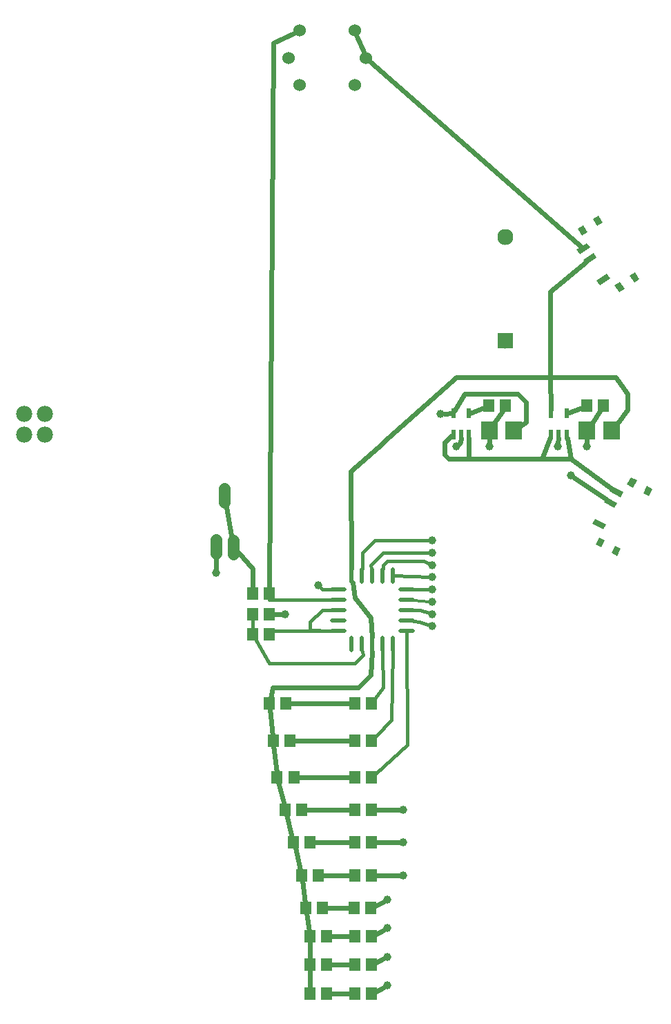
<source format=gtl>
G04 MADE WITH FRITZING*
G04 WWW.FRITZING.ORG*
G04 DOUBLE SIDED*
G04 HOLES PLATED*
G04 CONTOUR ON CENTER OF CONTOUR VECTOR*
%ASAXBY*%
%FSLAX23Y23*%
%MOIN*%
%OFA0B0*%
%SFA1.0B1.0*%
%ADD10C,0.060000*%
%ADD11C,0.039370*%
%ADD12C,0.078000*%
%ADD13C,0.077222*%
%ADD14R,0.055118X0.059055*%
%ADD15R,0.021654X0.047244*%
%ADD16R,0.078740X0.086614*%
%ADD17R,0.077222X0.077222*%
%ADD18C,0.020000*%
%ADD19C,0.056000*%
%ADD20C,0.024000*%
%ADD21C,0.016000*%
%ADD22C,0.012000*%
%LNCOPPER1*%
G90*
G70*
G54D10*
X2102Y5203D03*
X2476Y5203D03*
X2157Y5335D03*
X2157Y5071D03*
X2421Y5071D03*
X2421Y5335D03*
X2102Y5203D03*
X2476Y5203D03*
X2157Y5335D03*
X2157Y5071D03*
X2421Y5071D03*
X2421Y5335D03*
G54D11*
X2657Y1575D03*
X2657Y1417D03*
X2657Y1260D03*
X2579Y1142D03*
X2579Y1004D03*
X2579Y866D03*
X2579Y728D03*
X2795Y2461D03*
X2795Y2520D03*
X2795Y2579D03*
X2795Y2638D03*
X2795Y2697D03*
X2795Y2756D03*
X2795Y2815D03*
X2087Y2520D03*
X2244Y2657D03*
X1752Y2717D03*
X2795Y2874D03*
X3465Y3189D03*
X3543Y3327D03*
X3071Y3327D03*
X3402Y3327D03*
X2913Y3327D03*
G54D12*
X825Y3486D03*
X825Y3386D03*
X825Y3486D03*
X825Y3386D03*
X925Y3386D03*
X925Y3486D03*
G54D11*
X2835Y3484D03*
G54D13*
X3150Y4339D03*
X3150Y3839D03*
X3150Y4339D03*
X3150Y3839D03*
G54D14*
X2500Y1102D03*
X2419Y1102D03*
X2502Y965D03*
X2421Y965D03*
X2502Y827D03*
X2421Y827D03*
X2502Y1260D03*
X2421Y1260D03*
X2502Y689D03*
X2421Y689D03*
X2502Y2087D03*
X2421Y2087D03*
X2502Y1909D03*
X2421Y1909D03*
X2502Y1417D03*
X2421Y1417D03*
X2502Y1732D03*
X2421Y1732D03*
X2502Y1575D03*
X2421Y1575D03*
X2126Y1417D03*
X2207Y1417D03*
X2087Y1575D03*
X2167Y1575D03*
X2047Y1732D03*
X2128Y1732D03*
X2165Y1260D03*
X2246Y1260D03*
X2185Y1102D03*
X2266Y1102D03*
X2028Y1909D03*
X2108Y1909D03*
X2205Y689D03*
X2285Y689D03*
X2205Y965D03*
X2285Y965D03*
X2205Y827D03*
X2285Y827D03*
X2008Y2087D03*
X2089Y2087D03*
X1929Y2421D03*
X2010Y2421D03*
X2010Y2520D03*
X1929Y2520D03*
X1929Y2618D03*
X2010Y2618D03*
G54D15*
X2898Y3386D03*
X2935Y3386D03*
X2972Y3386D03*
X2972Y3488D03*
X2898Y3488D03*
X3370Y3386D03*
X3407Y3386D03*
X3445Y3386D03*
X3445Y3488D03*
X3370Y3488D03*
G54D14*
X3622Y3524D03*
X3541Y3524D03*
X3150Y3524D03*
X3069Y3524D03*
G54D16*
X3189Y3406D03*
X3071Y3406D03*
X3661Y3406D03*
X3543Y3406D03*
G54D17*
X3150Y3839D03*
X3150Y3839D03*
G54D18*
X2507Y2734D02*
X2507Y2674D01*
D02*
X2457Y2734D02*
X2457Y2674D01*
D02*
X2407Y2734D02*
X2407Y2674D01*
D02*
X2312Y2639D02*
X2372Y2639D01*
D02*
X2312Y2589D02*
X2372Y2589D01*
D02*
X2312Y2539D02*
X2372Y2539D01*
D02*
X2312Y2489D02*
X2372Y2489D01*
D02*
X2312Y2439D02*
X2372Y2439D01*
D02*
X2407Y2344D02*
X2407Y2404D01*
D02*
X2457Y2344D02*
X2457Y2404D01*
D02*
X2507Y2344D02*
X2507Y2404D01*
D02*
X2557Y2344D02*
X2557Y2404D01*
D02*
X2607Y2344D02*
X2607Y2404D01*
D02*
X2702Y2439D02*
X2642Y2439D01*
D02*
X2702Y2489D02*
X2642Y2489D01*
D02*
X2702Y2539D02*
X2642Y2539D01*
D02*
X2702Y2589D02*
X2642Y2589D01*
D02*
X2702Y2639D02*
X2642Y2639D01*
D02*
X2607Y2734D02*
X2607Y2674D01*
D02*
X2557Y2734D02*
X2557Y2674D01*
G54D19*
D02*
X1751Y2877D02*
X1751Y2811D01*
D02*
X1836Y2876D02*
X1836Y2810D01*
D02*
X1791Y3124D02*
X1791Y3058D01*
G54D20*
D02*
X2307Y689D02*
X2399Y689D01*
D02*
X2307Y827D02*
X2399Y827D01*
D02*
X2307Y965D02*
X2399Y965D01*
D02*
X2288Y1102D02*
X2397Y1102D01*
D02*
X2268Y1260D02*
X2399Y1260D01*
D02*
X2229Y1417D02*
X2399Y1417D01*
D02*
X2189Y1575D02*
X2399Y1575D01*
D02*
X2150Y1732D02*
X2399Y1732D01*
D02*
X2130Y1909D02*
X2399Y1909D01*
D02*
X2111Y2087D02*
X2399Y2087D01*
D02*
X2205Y803D02*
X2205Y713D01*
D02*
X2205Y941D02*
X2205Y851D01*
D02*
X2188Y1078D02*
X2201Y989D01*
D02*
X2168Y1236D02*
X2182Y1126D01*
D02*
X2126Y1439D02*
X2160Y1284D01*
D02*
X2126Y1417D02*
X2126Y1439D01*
D02*
X2120Y1441D02*
X2093Y1551D01*
D02*
X2081Y1599D02*
X2053Y1708D01*
D02*
X2030Y1885D02*
X2045Y1756D01*
D02*
X2025Y1933D02*
X2011Y2063D01*
G54D21*
D02*
X2308Y2440D02*
X2204Y2442D01*
D02*
X2204Y2442D02*
X2204Y2481D01*
D02*
X2264Y2539D02*
X2308Y2539D01*
D02*
X2204Y2481D02*
X2264Y2539D01*
D02*
X1929Y2496D02*
X1929Y2445D01*
D02*
X2010Y2589D02*
X2308Y2589D01*
D02*
X2010Y2594D02*
X2010Y2589D01*
D02*
X2010Y2439D02*
X2010Y2421D01*
D02*
X2308Y2439D02*
X2010Y2439D01*
D02*
X2559Y2165D02*
X2519Y2111D01*
D02*
X2557Y2340D02*
X2559Y2165D01*
D02*
X2598Y2008D02*
X2606Y2340D01*
D02*
X2524Y1932D02*
X2598Y2008D01*
D02*
X2677Y1889D02*
X2672Y2435D01*
D02*
X2524Y1752D02*
X2677Y1889D01*
G54D20*
D02*
X2524Y700D02*
X2562Y720D01*
D02*
X2562Y857D02*
X2524Y838D01*
D02*
X2562Y995D02*
X2524Y976D01*
D02*
X2562Y1133D02*
X2522Y1113D01*
D02*
X2638Y1260D02*
X2524Y1260D01*
D02*
X2638Y1417D02*
X2524Y1417D01*
D02*
X2638Y1575D02*
X2524Y1575D01*
G54D21*
D02*
X2559Y2815D02*
X2782Y2815D01*
D02*
X2503Y2737D02*
X2500Y2756D01*
D02*
X2500Y2756D02*
X2559Y2815D01*
D02*
X2579Y2775D02*
X2756Y2775D01*
D02*
X2756Y2775D02*
X2783Y2762D01*
D02*
X2559Y2756D02*
X2579Y2775D01*
D02*
X2558Y2739D02*
X2559Y2756D01*
D02*
X2707Y2639D02*
X2782Y2638D01*
G54D22*
D02*
X2707Y2586D02*
X2782Y2580D01*
G54D21*
D02*
X2707Y2539D02*
X2736Y2539D01*
D02*
X2736Y2539D02*
X2783Y2524D01*
D02*
X2736Y2481D02*
X2783Y2465D01*
D02*
X2704Y2485D02*
X2736Y2481D01*
D02*
X2782Y2697D02*
X2612Y2704D01*
D02*
X2421Y2283D02*
X2461Y2322D01*
D02*
X2461Y2322D02*
X2460Y2340D01*
D02*
X1943Y2397D02*
X2008Y2283D01*
D02*
X2008Y2283D02*
X2421Y2283D01*
G54D20*
D02*
X2028Y5275D02*
X2010Y2642D01*
D02*
X2129Y5322D02*
X2028Y5275D01*
D02*
X2464Y5231D02*
X2433Y5306D01*
D02*
X1801Y3035D02*
X1826Y2899D01*
D02*
X1929Y2737D02*
X1859Y2817D01*
D02*
X1929Y2642D02*
X1929Y2737D01*
D02*
X2032Y2520D02*
X2068Y2520D01*
G54D21*
D02*
X2308Y2639D02*
X2264Y2639D01*
D02*
X2264Y2639D02*
X2254Y2648D01*
G54D20*
D02*
X1751Y2788D02*
X1752Y2736D01*
D02*
X2440Y2166D02*
X2500Y2226D01*
D02*
X2027Y2166D02*
X2440Y2166D01*
D02*
X2500Y2226D02*
X2505Y2340D01*
D02*
X2014Y2111D02*
X2027Y2166D01*
G54D21*
D02*
X2460Y2814D02*
X2520Y2874D01*
D02*
X2458Y2739D02*
X2460Y2814D01*
D02*
X2520Y2874D02*
X2782Y2874D01*
G54D20*
D02*
X2500Y2501D02*
X2505Y2409D01*
D02*
X2422Y2599D02*
X2500Y2501D01*
D02*
X2412Y2673D02*
X2422Y2599D01*
D02*
X2500Y5182D02*
X3519Y4288D01*
D02*
X3638Y3071D02*
X3480Y3178D01*
D02*
X3519Y3516D02*
X3450Y3490D01*
D02*
X3465Y3267D02*
X3448Y3368D01*
D02*
X3666Y3123D02*
X3465Y3267D01*
D02*
X3568Y3443D02*
X3606Y3500D01*
D02*
X3543Y3368D02*
X3543Y3346D01*
D02*
X3047Y3516D02*
X2978Y3490D01*
D02*
X3134Y3500D02*
X3096Y3443D01*
D02*
X3071Y3368D02*
X3071Y3346D01*
D02*
X2972Y3267D02*
X2972Y3368D01*
D02*
X3327Y3267D02*
X2972Y3267D01*
D02*
X3465Y3267D02*
X3031Y3267D01*
D02*
X3406Y3368D02*
X3403Y3346D01*
D02*
X2933Y3347D02*
X2927Y3340D01*
D02*
X2934Y3368D02*
X2933Y3347D01*
D02*
X3367Y3661D02*
X3370Y3506D01*
D02*
X3681Y3661D02*
X3367Y3661D01*
D02*
X3740Y3582D02*
X3681Y3661D01*
D02*
X3740Y3504D02*
X3740Y3582D01*
D02*
X3691Y3443D02*
X3740Y3504D01*
D02*
X2559Y3347D02*
X2559Y3346D01*
D02*
X2559Y3346D02*
X2402Y3209D01*
D02*
X2402Y3209D02*
X2407Y2739D01*
D02*
X2913Y3661D02*
X2559Y3347D01*
D02*
X3367Y3661D02*
X2913Y3661D01*
D02*
X3366Y4074D02*
X3539Y4218D01*
D02*
X3367Y3661D02*
X3366Y4074D01*
D02*
X3248Y3444D02*
X3189Y3406D01*
D02*
X3248Y3543D02*
X3248Y3444D01*
D02*
X3209Y3582D02*
X3248Y3543D01*
D02*
X2952Y3582D02*
X3209Y3582D01*
D02*
X2903Y3497D02*
X2952Y3582D01*
D02*
X2892Y3488D02*
X2854Y3485D01*
D02*
X2874Y3267D02*
X2855Y3288D01*
D02*
X2855Y3288D02*
X2855Y3347D01*
D02*
X2855Y3347D02*
X2892Y3381D01*
D02*
X3327Y3267D02*
X2874Y3267D01*
D02*
X3327Y3267D02*
X3365Y3371D01*
G36*
X3603Y2890D02*
X3630Y2875D01*
X3612Y2841D01*
X3584Y2855D01*
X3603Y2890D01*
G37*
D02*
G36*
X3679Y2850D02*
X3707Y2835D01*
X3688Y2800D01*
X3661Y2815D01*
X3679Y2850D01*
G37*
D02*
G36*
X3832Y3138D02*
X3860Y3123D01*
X3842Y3089D01*
X3814Y3103D01*
X3832Y3138D01*
G37*
D02*
G36*
X3756Y3179D02*
X3784Y3164D01*
X3765Y3129D01*
X3737Y3144D01*
X3756Y3179D01*
G37*
D02*
G36*
X3583Y2979D02*
X3635Y2951D01*
X3622Y2927D01*
X3570Y2954D01*
X3583Y2979D01*
G37*
D02*
G36*
X3638Y3083D02*
X3690Y3055D01*
X3677Y3031D01*
X3625Y3059D01*
X3638Y3083D01*
G37*
D02*
G36*
X3666Y3135D02*
X3718Y3107D01*
X3705Y3083D01*
X3653Y3111D01*
X3666Y3135D01*
G37*
D02*
G36*
X3677Y4104D02*
X3703Y4121D01*
X3725Y4088D01*
X3698Y4071D01*
X3677Y4104D01*
G37*
D02*
G36*
X3749Y4151D02*
X3776Y4168D01*
X3797Y4135D01*
X3771Y4118D01*
X3749Y4151D01*
G37*
D02*
G36*
X3571Y4425D02*
X3598Y4442D01*
X3619Y4409D01*
X3593Y4392D01*
X3571Y4425D01*
G37*
D02*
G36*
X3499Y4378D02*
X3525Y4395D01*
X3547Y4362D01*
X3520Y4345D01*
X3499Y4378D01*
G37*
D02*
G36*
X3590Y4129D02*
X3639Y4161D01*
X3654Y4138D01*
X3605Y4106D01*
X3590Y4129D01*
G37*
D02*
G36*
X3525Y4228D02*
X3575Y4261D01*
X3590Y4237D01*
X3540Y4205D01*
X3525Y4228D01*
G37*
D02*
G36*
X3493Y4278D02*
X3543Y4310D01*
X3558Y4287D01*
X3508Y4255D01*
X3493Y4278D01*
G37*
D02*
G04 End of Copper1*
M02*
</source>
